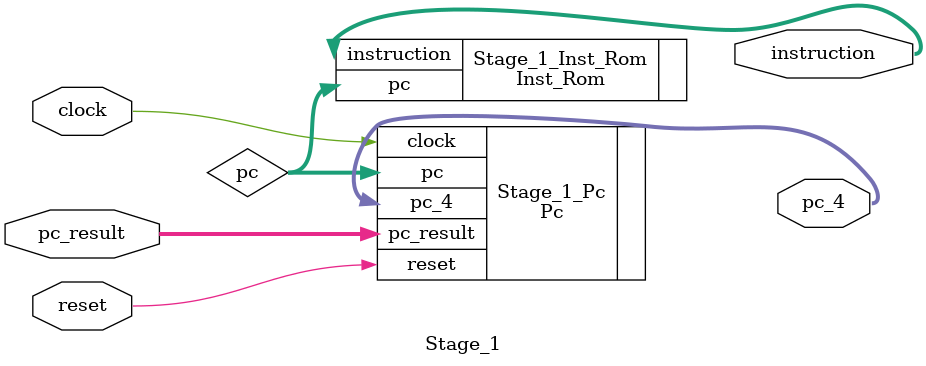
<source format=v>
`timescale 1ns / 1ps
module Stage_1(
    input                                               clock   ,
    input                                               reset   ,
    input           [31:0]                              pc_result   ,
    output          [31:0]                              instruction ,
    output          [31:0]                              pc_4    
    );

    wire            [31:0]                              pc  ;
    
    Pc Stage_1_Pc(
        .clock(clock),
        .reset(reset),
        .pc_result(pc_result),
        .pc(pc),
        .pc_4(pc_4)
    );

    Inst_Rom Stage_1_Inst_Rom(
        .pc(pc),
        .instruction(instruction)
    );

endmodule

</source>
